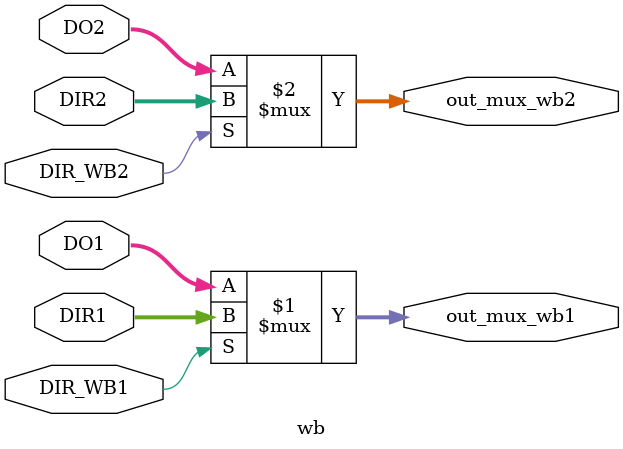
<source format=v>
`timescale 1ns / 1ps


module wb(
  input DIR_WB1, DIR_WB2,
  input [31:0] DO1, DIR1, DO2, DIR2,
  output [31:0] out_mux_wb1, out_mux_wb2);


  assign out_mux_wb1 = DIR_WB1 ? DIR1 : DO1;
  assign out_mux_wb2 = DIR_WB2 ? DIR2 : DO2;


endmodule

</source>
